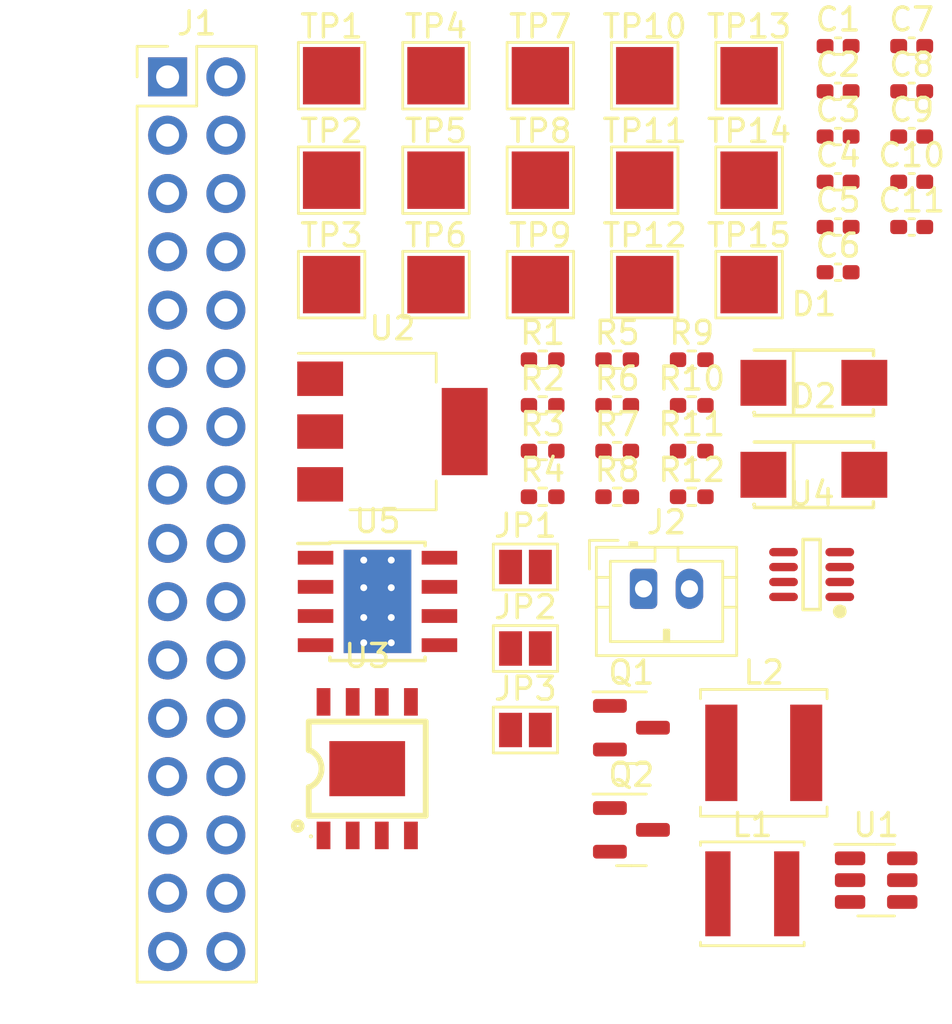
<source format=kicad_pcb>
(kicad_pcb (version 20221018) (generator pcbnew)
  (layers (0 "F.Cu" signal) (31 "B.Cu" signal) (34 "B.Paste" user) (35 "F.Paste" user) (36 "B.SilkS" user "B.Silkscreen") (37 "F.SilkS" user "F.Silkscreen") (38 "B.Mask" user) (39 "F.Mask" user) (44 "Edge.Cuts" user))
  (net 0 "")
  (net 1 "+5V")
  (net 2 "GND")
  (net 3 "/Battery")
  (net 4 "+3V3")
  (net 5 "Net-(U5-BOOT)")
  (net 6 "Net-(D2-K)")
  (net 7 "/Battey_Charger_VDD")
  (net 8 "+9V")
  (net 9 "Net-(D1-A)")
  (net 10 "Net-(Q1-B)")
  (net 11 "Net-(Q2-E)")
  (net 12 "Net-(Q2-C)")
  (net 13 "Net-(R1-Pad2)")
  (net 14 "Net-(U1-FB)")
  (net 15 "Net-(U5-VSENSE)")
  (net 16 "/Fast_Charge_CTRL")
  (net 34 "/Battery_Out")
  (net 35 "/I2C1_SCL")
  (net 46 "/I2C1_SDA")
  (net 47 "/Battery_In")
  (net 48 "Net-(JP1-B)")
  (net 49 "Net-(JP1-A)")
  (net 50 "Net-(C1-Pad1)")
  (footprint "Resistor_SMD:R_0402_1005Metric_Pad0.72x0.64mm_HandSolder" (layer "F.Cu") (at 169.0725 86.37)
    (fp_text reference "R10" (at 0 -1.17) (layer "F.SilkS"))
    (fp_text value "0R")
    (fp_line (start -0.167621 -0.38) (end 0.167621 -0.38) (stroke (width 0.12)) (layer "F.SilkS"))
    (fp_line (start -0.167621 0.38) (end 0.167621 0.38) (stroke (width 0.12)) (layer "F.SilkS"))
    (pad "1" smd roundrect (at -0.5975 0) (size 0.715 0.64) (layers "F.Cu" "F.Paste" "F.Mask") (net 34 "/Battery_Out"))
    (pad "2" smd roundrect (at 0.5975 0) (size 0.715 0.64) (layers "F.Cu" "F.Paste" "F.Mask") (net 49 "Net-(JP1-A)"))
  )
  (footprint "JLCPCB:SOT-23-8_L3.0-W1.7-P0.65-LS2.8-BR" (layer "F.Cu") (at 174.299557 93.737413)
    (fp_text reference "U4" (at 0 -3.526213) (layer "F.SilkS"))
    (fp_text value "INA219AIDCNR")
    (fp_line (start -0.3714 -1.526213) (end 0.3714 -1.526213) (stroke (width 0.1524)) (layer "F.SilkS"))
    (fp_line (start -0.3714 1.526213) (end -0.3714 -1.526213) (stroke (width 0.1524)) (layer "F.SilkS"))
    (fp_line (start 0.3714 -1.526213) (end 0.3714 1.526213) (stroke (width 0.1524)) (layer "F.SilkS"))
    (fp_line (start 0.3714 1.526213) (end -0.3714 1.526213) (stroke (width 0.1524)) (layer "F.SilkS"))
    (fp_circle (center 1.22606 1.609347) (end 1.376175 1.609347) (stroke (width 0.3)) (fill none) (layer "F.SilkS"))
    (fp_circle (center 1.400051 1.450089) (end 1.430023 1.450089) (stroke (width 0.059995)) (fill none) (layer "F.SilkS"))
    (pad "1" smd oval (at 1.22606 0.975108) (size 1.251994 0.364008) (layers "F.Cu" "F.Paste" "F.Mask") (net 48 "Net-(JP1-B)"))
    (pad "2" smd oval (at 1.22606 0.325121) (size 1.251994 0.364008) (layers "F.Cu" "F.Paste" "F.Mask") (net 49 "Net-(JP1-A)"))
    (pad "3" smd oval (at 1.22606 -0.324867) (size 1.251994 0.364008) (layers "F.Cu" "F.Paste" "F.Mask") (net 2 "GND"))
    (pad "4" smd oval (at 1.22606 -0.975108) (size 1.251994 0.364008) (layers "F.Cu" "F.Paste" "F.Mask") (net 4 "+3V3"))
    (pad "5" smd oval (at -1.22606 -0.975108) (size 1.251994 0.364008) (layers "F.Cu" "F.Paste" "F.Mask") (net 35 "/I2C1_SCL"))
    (pad "6" smd oval (at -1.22606 -0.324867) (size 1.251994 0.364008) (layers "F.Cu" "F.Paste" "F.Mask") (net 46 "/I2C1_SDA"))
    (pad "7" smd oval (at -1.22606 0.325121) (size 1.251994 0.364008) (layers "F.Cu" "F.Paste" "F.Mask") (net 2 "GND"))
    (pad "8" smd oval (at -1.22606 0.975108) (size 1.251994 0.364008) (layers "F.Cu" "F.Paste" "F.Mask") (net 4 "+3V3"))
  )
  (footprint "TestPoint:TestPoint_Pad_2.5x2.5mm" (layer "F.Cu") (at 153.3725 72.01)
    (fp_text reference "TP1" (at 0 -2.148) (layer "F.SilkS"))
    (fp_text value "L TP 2")
    (fp_line (start -1.45 -1.45) (end 1.45 -1.45) (stroke (width 0.12)) (layer "F.SilkS"))
    (fp_line (start -1.45 1.45) (end -1.45 -1.45) (stroke (width 0.12)) (layer "F.SilkS"))
    (fp_line (start 1.45 -1.45) (end 1.45 1.45) (stroke (width 0.12)) (layer "F.SilkS"))
    (fp_line (start 1.45 1.45) (end -1.45 1.45) (stroke (width 0.12)) (layer "F.SilkS"))
    (pad "1" smd rect (at 0 0) (size 2.5 2.5) (layers "F.Cu" "F.Mask") (net 9 "Net-(D1-A)"))
  )
  (footprint "Resistor_SMD:R_0402_1005Metric_Pad0.72x0.64mm_HandSolder" (layer "F.Cu") (at 162.5725 88.36)
    (fp_text reference "R3" (at 0 -1.17) (layer "F.SilkS"))
    (fp_text value "100k")
    (fp_line (start -0.167621 -0.38) (end 0.167621 -0.38) (stroke (width 0.12)) (layer "F.SilkS"))
    (fp_line (start -0.167621 0.38) (end 0.167621 0.38) (stroke (width 0.12)) (layer "F.SilkS"))
    (pad "1" smd roundrect (at -0.5975 0) (size 0.715 0.64) (layers "F.Cu" "F.Paste" "F.Mask") (net 14 "Net-(U1-FB)"))
    (pad "2" smd roundrect (at 0.5975 0) (size 0.715 0.64) (layers "F.Cu" "F.Paste" "F.Mask") (net 2 "GND"))
  )
  (footprint "Resistor_SMD:R_0402_1005Metric_Pad0.72x0.64mm_HandSolder" (layer "F.Cu") (at 169.0725 90.35)
    (fp_text reference "R12" (at 0 -1.17) (layer "F.SilkS"))
    (fp_text value "0.1R")
    (fp_line (start -0.167621 -0.38) (end 0.167621 -0.38) (stroke (width 0.12)) (layer "F.SilkS"))
    (fp_line (start -0.167621 0.38) (end 0.167621 0.38) (stroke (width 0.12)) (layer "F.SilkS"))
    (pad "1" smd roundrect (at -0.5975 0) (size 0.715 0.64) (layers "F.Cu" "F.Paste" "F.Mask") (net 34 "/Battery_Out"))
    (pad "2" smd roundrect (at 0.5975 0) (size 0.715 0.64) (layers "F.Cu" "F.Paste" "F.Mask") (net 47 "/Battery_In"))
  )
  (footprint "Capacitor_SMD:C_0402_1005Metric_Pad0.74x0.62mm_HandSolder" (layer "F.Cu") (at 178.6625 78.6)
    (fp_text reference "C11" (at 0 -1.16) (layer "F.SilkS"))
    (fp_text value "0.1u")
    (fp_line (start -0.115835 -0.36) (end 0.115835 -0.36) (stroke (width 0.12)) (layer "F.SilkS"))
    (fp_line (start -0.115835 0.36) (end 0.115835 0.36) (stroke (width 0.12)) (layer "F.SilkS"))
    (pad "1" smd roundrect (at -0.5675 0) (size 0.735 0.62) (layers "F.Cu" "F.Paste" "F.Mask") (net 4 "+3V3"))
    (pad "2" smd roundrect (at 0.5675 0) (size 0.735 0.62) (layers "F.Cu" "F.Paste" "F.Mask") (net 2 "GND"))
  )
  (footprint "Jumper:SolderJumper-2_P1.3mm_Open_Pad1.0x1.5mm" (layer "F.Cu") (at 161.8225 100.51)
    (fp_text reference "JP3" (at 0 -1.8) (layer "F.SilkS"))
    (fp_text value "Possible Filter Res1")
    (fp_line (start -1.4 -1) (end 1.4 -1) (stroke (width 0.12)) (layer "F.SilkS"))
    (fp_line (start -1.4 1) (end -1.4 -1) (stroke (width 0.12)) (layer "F.SilkS"))
    (fp_line (start 1.4 -1) (end 1.4 1) (stroke (width 0.12)) (layer "F.SilkS"))
    (fp_line (start 1.4 1) (end -1.4 1) (stroke (width 0.12)) (layer "F.SilkS"))
    (pad "1" smd rect (at -0.65 0) (size 1 1.5) (layers "F.Cu" "F.Mask") (net 47 "/Battery_In"))
    (pad "2" smd rect (at 0.65 0) (size 1 1.5) (layers "F.Cu" "F.Mask") (net 48 "Net-(JP1-B)"))
  )
  (footprint "Capacitor_SMD:C_0402_1005Metric_Pad0.74x0.62mm_HandSolder" (layer "F.Cu") (at 175.4525 70.72)
    (fp_text reference "C1" (at 0 -1.16) (layer "F.SilkS"))
    (fp_text value "22u")
    (fp_line (start -0.115835 -0.36) (end 0.115835 -0.36) (stroke (width 0.12)) (layer "F.SilkS"))
    (fp_line (start -0.115835 0.36) (end 0.115835 0.36) (stroke (width 0.12)) (layer "F.SilkS"))
    (pad "1" smd roundrect (at -0.5675 0) (size 0.735 0.62) (layers "F.Cu" "F.Paste" "F.Mask") (net 50 "Net-(C1-Pad1)"))
    (pad "2" smd roundrect (at 0.5675 0) (size 0.735 0.62) (layers "F.Cu" "F.Paste" "F.Mask") (net 2 "GND"))
  )
  (footprint "TestPoint:TestPoint_Pad_2.5x2.5mm" (layer "F.Cu") (at 153.3725 76.56)
    (fp_text reference "TP2" (at 0 -2.148) (layer "F.SilkS"))
    (fp_text value "L TP 1")
    (fp_line (start -1.45 -1.45) (end 1.45 -1.45) (stroke (width 0.12)) (layer "F.SilkS"))
    (fp_line (start -1.45 1.45) (end -1.45 -1.45) (stroke (width 0.12)) (layer "F.SilkS"))
    (fp_line (start 1.45 -1.45) (end 1.45 1.45) (stroke (width 0.12)) (layer "F.SilkS"))
    (fp_line (start 1.45 1.45) (end -1.45 1.45) (stroke (width 0.12)) (layer "F.SilkS"))
    (pad "1" smd rect (at 0 0) (size 2.5 2.5) (layers "F.Cu" "F.Mask") (net 34 "/Battery_Out"))
  )
  (footprint "Capacitor_SMD:C_0402_1005Metric_Pad0.74x0.62mm_HandSolder" (layer "F.Cu") (at 175.4525 74.66)
    (fp_text reference "C3" (at 0 -1.16) (layer "F.SilkS"))
    (fp_text value "10u")
    (fp_line (start -0.115835 -0.36) (end 0.115835 -0.36) (stroke (width 0.12)) (layer "F.SilkS"))
    (fp_line (start -0.115835 0.36) (end 0.115835 0.36) (stroke (width 0.12)) (layer "F.SilkS"))
    (pad "1" smd roundrect (at -0.5675 0) (size 0.735 0.62) (layers "F.Cu" "F.Paste" "F.Mask") (net 4 "+3V3"))
    (pad "2" smd roundrect (at 0.5675 0) (size 0.735 0.62) (layers "F.Cu" "F.Paste" "F.Mask") (net 2 "GND"))
  )
  (footprint "TestPoint:TestPoint_Pad_2.5x2.5mm" (layer "F.Cu") (at 171.5725 72.01)
    (fp_text reference "TP13" (at 0 -2.148) (layer "F.SilkS"))
    (fp_text value "3V3 TP")
    (fp_line (start -1.45 -1.45) (end 1.45 -1.45) (stroke (width 0.12)) (layer "F.SilkS"))
    (fp_line (start -1.45 1.45) (end -1.45 -1.45) (stroke (width 0.12)) (layer "F.SilkS"))
    (fp_line (start 1.45 -1.45) (end 1.45 1.45) (stroke (width 0.12)) (layer "F.SilkS"))
    (fp_line (start 1.45 1.45) (end -1.45 1.45) (stroke (width 0.12)) (layer "F.SilkS"))
    (pad "1" smd rect (at 0 0) (size 2.5 2.5) (layers "F.Cu" "F.Mask") (net 4 "+3V3"))
  )
  (footprint "Connector_PinHeader_2.54mm:PinHeader_2x16_P2.54mm_Vertical" (layer "F.Cu") (at 146.2225 72.06)
    (fp_text reference "J1" (at 1.27 -2.33) (layer "F.SilkS"))
    (fp_text value "Conn_02x16_Odd_Even")
    (fp_line (start -1.33 -1.33) (end 0 -1.33) (stroke (width 0.12)) (layer "F.SilkS"))
    (fp_line (start -1.33 0) (end -1.33 -1.33) (stroke (width 0.12)) (layer "F.SilkS"))
    (fp_line (start -1.33 1.27) (end -1.33 39.43) (stroke (width 0.12)) (layer "F.SilkS"))
    (fp_line (start -1.33 1.27) (end 1.27 1.27) (stroke (width 0.12)) (layer "F.SilkS"))
    (fp_line (start -1.33 39.43) (end 3.87 39.43) (stroke (width 0.12)) (layer "F.SilkS"))
    (fp_line (start 1.27 -1.33) (end 3.87 -1.33) (stroke (width 0.12)) (layer "F.SilkS"))
    (fp_line (start 1.27 1.27) (end 1.27 -1.33) (stroke (width 0.12)) (layer "F.SilkS"))
    (fp_line (start 3.87 -1.33) (end 3.87 39.43) (stroke (width 0.12)) (layer "F.SilkS"))
    (pad "1" thru_hole rect (at 0 0) (size 1.7 1.7) (drill 1) (layers "*.Cu" "*.Mask"))
    (pad "2" thru_hole oval (at 2.54 0) (size 1.7 1.7) (drill 1) (layers "*.Cu" "*.Mask"))
    (pad "3" thru_hole oval (at 0 2.54) (size 1.7 1.7) (drill 1) (layers "*.Cu" "*.Mask"))
    (pad "4" thru_hole oval (at 2.54 2.54) (size 1.7 1.7) (drill 1) (layers "*.Cu" "*.Mask"))
    (pad "5" thru_hole oval (at 0 5.08) (size 1.7 1.7) (drill 1) (layers "*.Cu" "*.Mask"))
    (pad "6" thru_hole oval (at 2.54 5.08) (size 1.7 1.7) (drill 1) (layers "*.Cu" "*.Mask"))
    (pad "7" thru_hole oval (at 0 7.62) (size 1.7 1.7) (drill 1) (layers "*.Cu" "*.Mask"))
    (pad "8" thru_hole oval (at 2.54 7.62) (size 1.7 1.7) (drill 1) (layers "*.Cu" "*.Mask"))
    (pad "9" thru_hole oval (at 0 10.16) (size 1.7 1.7) (drill 1) (layers "*.Cu" "*.Mask"))
    (pad "10" thru_hole oval (at 2.54 10.16) (size 1.7 1.7) (drill 1) (layers "*.Cu" "*.Mask"))
    (pad "11" thru_hole oval (at 0 12.7) (size 1.7 1.7) (drill 1) (layers "*.Cu" "*.Mask"))
    (pad "12" thru_hole oval (at 2.54 12.7) (size 1.7 1.7) (drill 1) (layers "*.Cu" "*.Mask"))
    (pad "13" thru_hole oval (at 0 15.24) (size 1.7 1.7) (drill 1) (layers "*.Cu" "*.Mask") (net 16 "/Fast_Charge_CTRL"))
    (pad "14" thru_hole oval (at 2.54 15.24) (size 1.7 1.7) (drill 1) (layers "*.Cu" "*.Mask") (net 3 "/Battery"))
    (pad "15" thru_hole oval (at 0 17.78) (size 1.7 1.7) (drill 1) (layers "*.Cu" "*.Mask"))
    (pad "16" thru_hole oval (at 2.54 17.78) (size 1.7 1.7) (drill 1) (layers "*.Cu" "*.Mask") (net 35 "/I2C1_SCL"))
    (pad "17" thru_hole oval (at 0 20.32) (size 1.7 1.7) (drill 1) (layers "*.Cu" "*.Mask") (net 46 "/I2C1_SDA"))
    (pad "18" thru_hole oval (at 2.54 20.32) (size 1.7 1.7) (drill 1) (layers "*.Cu" "*.Mask") (net 4 "+3V3"))
    (pad "19" thru_hole oval (at 0 22.86) (size 1.7 1.7) (drill 1) (layers "*.Cu" "*.Mask") (net 2 "GND"))
    (pad "20" thru_hole oval (at 2.54 22.86) (size 1.7 1.7) (drill 1) (layers "*.Cu" "*.Mask") (net 1 "+5V"))
    (pad "21" thru_hole oval (at 0 25.4) (size 1.7 1.7) (drill 1) (layers "*.Cu" "*.Mask"))
    (pad "22" thru_hole oval (at 2.54 25.4) (size 1.7 1.7) (drill 1) (layers "*.Cu" "*.Mask") (net 8 "+9V"))
    (pad "23" thru_hole oval (at 0 27.94) (size 1.7 1.7) (drill 1) (layers "*.Cu" "*.Mask") (net 2 "GND"))
    (pad "24" thru_hole oval (at 2.54 27.94) (size 1.7 1.7) (drill 1) (layers "*.Cu" "*.Mask"))
    (pad "25" thru_hole oval (at 0 30.48) (size 1.7 1.7) (drill 1) (layers "*.Cu" "*.Mask"))
    (pad "26" thru_hole oval (at 2.54 30.48) (size 1.7 1.7) (drill 1) (layers "*.Cu" "*.Mask"))
    (pad "27" thru_hole oval (at 0 33.02) (size 1.7 1.7) (drill 1) (layers "*.Cu" "*.Mask"))
    (pad "28" thru_hole oval (at 2.54 33.02) (size 1.7 1.7) (drill 1) (layers "*.Cu" "*.Mask"))
    (pad "29" thru_hole oval (at 0 35.56) (size 1.7 1.7) (drill 1) (layers "*.Cu" "*.Mask"))
    (pad "30" thru_hole oval (at 2.54 35.56) (size 1.7 1.7) (drill 1) (layers "*.Cu" "*.Mask"))
    (pad "31" thru_hole oval (at 0 38.1) (size 1.7 1.7) (drill 1) (layers "*.Cu" "*.Mask"))
    (pad "32" thru_hole oval (at 2.54 38.1) (size 1.7 1.7) (drill 1) (layers "*.Cu" "*.Mask"))
  )
  (footprint "Package_TO_SOT_SMD:SOT-23-6" (layer "F.Cu") (at 177.1125 107.05)
    (fp_text reference "U1" (at 0 -2.4) (layer "F.SilkS"))
    (fp_text value "MT3608")
    (fp_line (start 0 -1.56) (end -1.8 -1.56) (stroke (width 0.12)) (layer "F.SilkS"))
    (fp_line (start 0 -1.56) (end 0.8 -1.56) (stroke (width 0.12)) (layer "F.SilkS"))
    (fp_line (start 0 1.56) (end -0.8 1.56) (stroke (width 0.12)) (layer "F.SilkS"))
    (fp_line (start 0 1.56) (end 0.8 1.56) (stroke (width 0.12)) (layer "F.SilkS"))
    (pad "1" smd roundrect (at -1.1375 -0.95) (size 1.325 0.6) (layers "F.Cu" "F.Paste" "F.Mask") (net 9 "Net-(D1-A)"))
    (pad "2" smd roundrect (at -1.1375 0) (size 1.325 0.6) (layers "F.Cu" "F.Paste" "F.Mask") (net 2 "GND"))
    (pad "3" smd roundrect (at -1.1375 0.95) (size 1.325 0.6) (layers "F.Cu" "F.Paste" "F.Mask") (net 14 "Net-(U1-FB)"))
    (pad "4" smd roundrect (at 1.1375 0.95) (size 1.325 0.6) (layers "F.Cu" "F.Paste" "F.Mask") (net 34 "/Battery_Out"))
    (pad "5" smd roundrect (at 1.1375 0) (size 1.325 0.6) (layers "F.Cu" "F.Paste" "F.Mask") (net 34 "/Battery_Out"))
    (pad "6" smd roundrect (at 1.1375 -0.95) (size 1.325 0.6) (layers "F.Cu" "F.Paste" "F.Mask"))
  )
  (footprint "Capacitor_SMD:C_0402_1005Metric_Pad0.74x0.62mm_HandSolder" (layer "F.Cu") (at 178.6625 70.72)
    (fp_text reference "C7" (at 0 -1.16) (layer "F.SilkS"))
    (fp_text value "4.7u")
    (fp_line (start -0.115835 -0.36) (end 0.115835 -0.36) (stroke (width 0.12)) (layer "F.SilkS"))
    (fp_line (start -0.115835 0.36) (end 0.115835 0.36) (stroke (width 0.12)) (layer "F.SilkS"))
    (pad "1" smd roundrect (at -0.5675 0) (size 0.735 0.62) (layers "F.Cu" "F.Paste" "F.Mask") (net 2 "GND"))
    (pad "2" smd roundrect (at 0.5675 0) (size 0.735 0.62) (layers "F.Cu" "F.Paste" "F.Mask") (net 8 "+9V"))
  )
  (footprint "Jumper:SolderJumper-2_P1.3mm_Open_Pad1.0x1.5mm" (layer "F.Cu") (at 161.8225 93.41)
    (fp_text reference "JP1" (at 0 -1.8) (layer "F.SilkS"))
    (fp_text value "Possible Filter Cap ")
    (fp_line (start -1.4 -1) (end 1.4 -1) (stroke (width 0.12)) (layer "F.SilkS"))
    (fp_line (start -1.4 1) (end -1.4 -1) (stroke (width 0.12)) (layer "F.SilkS"))
    (fp_line (start 1.4 -1) (end 1.4 1) (stroke (width 0.12)) (layer "F.SilkS"))
    (fp_line (start 1.4 1) (end -1.4 1) (stroke (width 0.12)) (layer "F.SilkS"))
    (pad "1" smd rect (at -0.65 0) (size 1 1.5) (layers "F.Cu" "F.Mask") (net 49 "Net-(JP1-A)"))
    (pad "2" smd rect (at 0.65 0) (size 1 1.5) (layers "F.Cu" "F.Mask") (net 48 "Net-(JP1-B)"))
  )
  (footprint "Package_TO_SOT_SMD:SOT-23" (layer "F.Cu") (at 166.4425 100.41)
    (fp_text reference "Q1" (at 0 -2.4) (layer "F.SilkS"))
    (fp_text value "MMBT3904")
    (fp_line (start 0 -1.56) (end -1.675 -1.56) (stroke (width 0.12)) (layer "F.SilkS"))
    (fp_line (start 0 -1.56) (end 0.65 -1.56) (stroke (width 0.12)) (layer "F.SilkS"))
    (fp_line (start 0 1.56) (end -0.65 1.56) (stroke (width 0.12)) (layer "F.SilkS"))
    (fp_line (start 0 1.56) (end 0.65 1.56) (stroke (width 0.12)) (layer "F.SilkS"))
    (pad "1" smd roundrect (at -0.9375 -0.95) (size 1.475 0.6) (layers "F.Cu" "F.Paste" "F.Mask") (net 10 "Net-(Q1-B)"))
    (pad "2" smd roundrect (at -0.9375 0.95) (size 1.475 0.6) (layers "F.Cu" "F.Paste" "F.Mask") (net 2 "GND"))
    (pad "3" smd roundrect (at 0.9375 0) (size 1.475 0.6) (layers "F.Cu" "F.Paste" "F.Mask") (net 10 "Net-(Q1-B)"))
  )
  (footprint "Resistor_SMD:R_0402_1005Metric_Pad0.72x0.64mm_HandSolder" (layer "F.Cu") (at 165.8225 84.38)
    (fp_text reference "R5" (at 0 -1.17) (layer "F.SilkS"))
    (fp_text value "10k")
    (fp_line (start -0.167621 -0.38) (end 0.167621 -0.38) (stroke (width 0.12)) (layer "F.SilkS"))
    (fp_line (start -0.167621 0.38) (end 0.167621 0.38) (stroke (width 0.12)) (layer "F.SilkS"))
    (pad "1" smd roundrect (at -0.5975 0) (size 0.715 0.64) (layers "F.Cu" "F.Paste" "F.Mask") (net 7 "/Battey_Charger_VDD"))
    (pad "2" smd roundrect (at 0.5975 0) (size 0.715 0.64) (layers "F.Cu" "F.Paste" "F.Mask") (net 15 "Net-(U5-VSENSE)"))
  )
  (footprint "TestPoint:TestPoint_Pad_2.5x2.5mm" (layer "F.Cu") (at 171.5725 76.56)
    (fp_text reference "TP14" (at 0 -2.148) (layer "F.SilkS"))
    (fp_text value "GND TP")
    (fp_line (start -1.45 -1.45) (end 1.45 -1.45) (stroke (width 0.12)) (layer "F.SilkS"))
    (fp_line (start -1.45 1.45) (end -1.45 -1.45) (stroke (width 0.12)) (layer "F.SilkS"))
    (fp_line (start 1.45 -1.45) (end 1.45 1.45) (stroke (width 0.12)) (layer "F.SilkS"))
    (fp_line (start 1.45 1.45) (end -1.45 1.45) (stroke (width 0.12)) (layer "F.SilkS"))
    (pad "1" smd rect (at 0 0) (size 2.5 2.5) (layers "F.Cu" "F.Mask") (net 2 "GND"))
  )
  (footprint "TestPoint:TestPoint_Pad_2.5x2.5mm" (layer "F.Cu") (at 157.9225 76.56)
    (fp_text reference "TP5" (at 0 -2.148) (layer "F.SilkS"))
    (fp_text value "TestPoint")
    (fp_line (start -1.45 -1.45) (end 1.45 -1.45) (stroke (width 0.12)) (layer "F.SilkS"))
    (fp_line (start -1.45 1.45) (end -1.45 -1.45) (stroke (width 0.12)) (layer "F.SilkS"))
    (fp_line (start 1.45 -1.45) (end 1.45 1.45) (stroke (width 0.12)) (layer "F.SilkS"))
    (fp_line (start 1.45 1.45) (end -1.45 1.45) (stroke (width 0.12)) (layer "F.SilkS"))
    (pad "1" smd rect (at 0 0) (size 2.5 2.5) (layers "F.Cu" "F.Mask") (net 2 "GND"))
  )
  (footprint "Resistor_SMD:R_0402_1005Metric_Pad0.72x0.64mm_HandSolder" (layer "F.Cu") (at 162.5725 84.38)
    (fp_text reference "R1" (at 0 -1.17) (layer "F.SilkS"))
    (fp_text value "680k")
    (fp_line (start -0.167621 -0.38) (end 0.167621 -0.38) (stroke (width 0.12)) (layer "F.SilkS"))
    (fp_line (start -0.167621 0.38) (end 0.167621 0.38) (stroke (width 0.12)) (layer "F.SilkS"))
    (pad "1" smd roundrect (at -0.5975 0) (size 0.715 0.64) (layers "F.Cu" "F.Paste" "F.Mask") (net 1 "+5V"))
    (pad "2" smd roundrect (at 0.5975 0) (size 0.715 0.64) (layers "F.Cu" "F.Paste" "F.Mask") (net 13 "Net-(R1-Pad2)"))
  )
  (footprint "Package_TO_SOT_SMD:SOT-223-3_TabPin2" (layer "F.Cu") (at 156.0225 87.51)
    (fp_text reference "U2" (at 0 -4.5) (layer "F.SilkS"))
    (fp_text value "AMS1117-3.3")
    (fp_line (start -4.1 -3.41) (end 1.91 -3.41) (stroke (width 0.12)) (layer "F.SilkS"))
    (fp_line (start -1.85 3.41) (end 1.91 3.41) (stroke (width 0.12)) (layer "F.SilkS"))
    (fp_line (start 1.91 -3.41) (end 1.91 -2.15) (stroke (width 0.12)) (layer "F.SilkS"))
    (fp_line (start 1.91 3.41) (end 1.91 2.15) (stroke (width 0.12)) (layer "F.SilkS"))
    (pad "1" smd rect (at -3.15 -2.3) (size 2 1.5) (layers "F.Cu" "F.Paste" "F.Mask") (net 2 "GND"))
    (pad "2" smd rect (at -3.15 0) (size 2 1.5) (layers "F.Cu" "F.Paste" "F.Mask") (net 4 "+3V3"))
    (pad "2" smd rect (at 3.15 0) (size 2 3.8) (layers "F.Cu" "F.Paste" "F.Mask") (net 4 "+3V3"))
    (pad "3" smd rect (at -3.15 2.3) (size 2 1.5) (layers "F.Cu" "F.Paste" "F.Mask") (net 1 "+5V"))
  )
  (footprint "Package_TO_SOT_SMD:SOT-23" (layer "F.Cu") (at 166.4425 104.86)
    (fp_text reference "Q2" (at 0 -2.4) (layer "F.SilkS"))
    (fp_text value "S8550")
    (fp_line (start 0 -1.56) (end -1.675 -1.56) (stroke (width 0.12)) (layer "F.SilkS"))
    (fp_line (start 0 -1.56) (end 0.65 -1.56) (stroke (width 0.12)) (layer "F.SilkS"))
    (fp_line (start 0 1.56) (end -0.65 1.56) (stroke (width 0.12)) (layer "F.SilkS"))
    (fp_line (start 0 1.56) (end 0.65 1.56) (stroke (width 0.12)) (layer "F.SilkS"))
    (pad "1" smd roundrect (at -0.9375 -0.95) (size 1.475 0.6) (layers "F.Cu" "F.Paste" "F.Mask") (net 11 "Net-(Q2-E)"))
    (pad "2" smd roundrect (at -0.9375 0.95) (size 1.475 0.6) (layers "F.Cu" "F.Paste" "F.Mask") (net 10 "Net-(Q1-B)"))
    (pad "3" smd roundrect (at 0.9375 0) (size 1.475 0.6) (layers "F.Cu" "F.Paste" "F.Mask") (net 12 "Net-(Q2-C)"))
  )
  (footprint "Package_SO:TI_SO-PowerPAD-8_ThermalVias" (layer "F.Cu") (at 155.3725 94.91)
    (fp_text reference "U5" (at 0 -3.5) (layer "F.SilkS"))
    (fp_text value "TPS5430DDA")
    (fp_line (start -2.075 -2.575) (end -2.075 -2.525) (stroke (width 0.15)) (layer "F.SilkS"))
    (fp_line (start -2.075 -2.575) (end 2.075 -2.575) (stroke (width 0.15)) (layer "F.SilkS"))
    (fp_line (start -2.075 -2.525) (end -3.475 -2.525) (stroke (width 0.15)) (layer "F.SilkS"))
    (fp_line (start -2.075 2.575) (end -2.075 2.43) (stroke (width 0.15)) (layer "F.SilkS"))
    (fp_line (start -2.075 2.575) (end 2.075 2.575) (stroke (width 0.15)) (layer "F.SilkS"))
    (fp_line (start 2.075 -2.575) (end 2.075 -2.43) (stroke (width 0.15)) (layer "F.SilkS"))
    (fp_line (start 2.075 2.575) (end 2.075 2.43) (stroke (width 0.15)) (layer "F.SilkS"))
    (pad "1" smd rect (at -2.7 -1.905) (size 1.55 0.6) (layers "F.Cu" "F.Paste" "F.Mask") (net 5 "Net-(U5-BOOT)"))
    (pad "2" smd rect (at -2.7 -0.635) (size 1.55 0.6) (layers "F.Cu" "F.Paste" "F.Mask"))
    (pad "3" smd rect (at -2.7 0.635) (size 1.55 0.6) (layers "F.Cu" "F.Paste" "F.Mask"))
    (pad "4" smd rect (at -2.7 1.905) (size 1.55 0.6) (layers "F.Cu" "F.Paste" "F.Mask") (net 15 "Net-(U5-VSENSE)"))
    (pad "5" smd rect (at 2.7 1.905) (size 1.55 0.6) (layers "F.Cu" "F.Paste" "F.Mask"))
    (pad "6" smd rect (at 2.7 0.635) (size 1.55 0.6) (layers "F.Cu" "F.Paste" "F.Mask") (net 2 "GND"))
    (pad "7" smd rect (at 2.7 -0.635) (size 1.55 0.6) (layers "F.Cu" "F.Paste" "F.Mask") (net 8 "+9V"))
    (pad "8" smd rect (at 2.7 -1.905) (size 1.55 0.6) (layers "F.Cu" "F.Paste" "F.Mask") (net 6 "Net-(D2-K)"))
    (pad "9" thru_hole circle (at -0.6 -1.8) (size 0.6 0.6) (drill 0.3) (layers "*.Cu") (net 2 "GND"))
    (pad "9" thru_hole circle (at -0.6 -0.6) (size 0.6 0.6) (drill 0.3) (layers "*.Cu") (net 2 "GND"))
    (pad "9" thru_hole circle (at -0.6 0.7) (size 0.6 0.6) (drill 0.3) (layers "*.Cu") (net 2 "GND"))
    (pad "9" thru_hole circle (at -0.6 1.8) (size 0.6 0.6) (drill 0.3) (layers "*.Cu") (net 2 "GND"))
    (pad "9" smd rect (at 0 0) (size 2.6 3.1) (layers "F.Cu" "F.Paste" "F.Mask") (net 2 "GND"))
    (pad "9" smd rect (at 0 0) (size 2.95 4.5) (layers "F.Cu") (net 2 "GND"))
    (pad "9" smd rect (at 0 0) (size 2.95 4.5) (layers "B.Cu") (net 2 "GND"))
    (pad "9" thru_hole circle (at 0.6 -1.8) (size 0.6 0.6) (drill 0.3) (layers "*.Cu") (net 2 "GND"))
    (pad "9" thru_hole circle (at 0.6 -0.6) (size 0.6 0.6) (drill 0.3) (layers "*.Cu") (net 2 "GND"))
    (pad "9" thru_hole circle (at 0.6 0.7) (size 0.6 0.6) (drill 0.3) (layers "*.Cu") (net 2 "GND"))
    (pad "9" thru_hole circle (at 0.6 1.8) (size 0.6 0.6) (drill 0.3) (layers "*.Cu") (net 2 "GND"))
  )
  (footprint "JLCPCB:ESOP-8_L4.9-W3.9-P1.27-LS6.0-BL-EP" (layer "F.Cu") (at 154.924652 102.193306)
    (fp_text reference "U3" (at 0 -4.908306) (layer "F.SilkS"))
    (fp_text value "TP4056")
    (fp_line (start -2.549911 -2.050038) (end 2.550165 -2.050038) (stroke (width 0.254001)) (layer "F.SilkS"))
    (fp_line (start -2.549911 -0.800102) (end -2.549911 -2.050038) (stroke (width 0.254001)) (layer "F.SilkS"))
    (fp_line (start -2.549911 0.800102) (end -2.549911 2.050038) (stroke (width 0.254001)) (layer "F.SilkS"))
    (fp_line (start 2.549911 -2.050038) (end 2.549911 2.050038) (stroke (width 0.254001)) (layer "F.SilkS"))
    (fp_line (start 2.549911 2.050038) (end -2.550165 2.050038) (stroke (width 0.254001)) (layer "F.SilkS"))
    (fp_arc (start -2.499873 -0.800102) (mid -1.991417 0) (end -2.499873 0.800102) (stroke (width 0.254001)) (layer "F.SilkS"))
    (fp_circle (center -3.029972 2.500127) (end -2.859792 2.500127) (stroke (width 0.254001)) (fill none) (layer "F.SilkS"))
    (fp_circle (center -2.454153 2.949962) (end -2.424181 2.949962) (stroke (width 0.059995)) (fill none) (layer "F.SilkS"))
    (pad "1" smd rect (at -1.905004 2.908306) (size 0.6 1.2) (layers "F.Cu" "F.Paste" "F.Mask") (net 2 "GND"))
    (pad "2" smd rect (at -0.635001 2.908306) (size 0.6 1.2) (layers "F.Cu" "F.Paste" "F.Mask") (net 12 "Net-(Q2-C)"))
    (pad "3" smd rect (at 0.635001 2.908306) (size 0.6 1.2) (layers "F.Cu" "F.Paste" "F.Mask") (net 2 "GND"))
    (pad "4" smd rect (at 1.905004 2.908306) (size 0.6 1.2) (layers "F.Cu" "F.Paste" "F.Mask") (net 7 "/Battey_Charger_VDD"))
    (pad "5" smd rect (at 1.905004 -2.908306) (size 0.6 1.2) (layers "F.Cu" "F.Paste" "F.Mask") (net 34 "/Battery_Out"))
    (pad "6" smd rect (at 0.635001 -2.908306) (size 0.6 1.2) (layers "F.Cu" "F.Paste" "F.Mask") (net 2 "GND"))
    (pad "7" smd rect (at -0.635001 -2.908306) (size 0.6 1.2) (layers "F.Cu" "F.Paste" "F.Mask") (net 2 "GND"))
    (pad "8" smd rect (at -1.905004 -2.908306) (size 0.6 1.2) (layers "F.Cu" "F.Paste" "F.Mask") (net 7 "/Battey_Charger_VDD"))
    (pad "9" smd rect (at 0 0 180) (size 3.3 2.4) (layers "F.Cu" "F.Paste" "F.Mask") (net 2 "GND"))
  )
  (footprint "Resistor_SMD:R_0402_1005Metric_Pad0.72x0.64mm_HandSolder" (layer "F.Cu") (at 165.8225 88.36)
    (fp_text reference "R7" (at 0 -1.17) (layer "F.SilkS"))
    (fp_text value "2k")
    (fp_line (start -0.167621 -0.38) (end 0.167621 -0.38) (stroke (width 0.12)) (layer "F.SilkS"))
    (fp_line (start -0.167621 0.38) (end 0.167621 0.38) (stroke (width 0.12)) (layer "F.SilkS"))
    (pad "1" smd roundrect (at -0.5975 0) (size 0.715 0.64) (layers "F.Cu" "F.Paste" "F.Mask") (net 12 "Net-(Q2-C)"))
    (pad "2" smd roundrect (at 0.5975 0) (size 0.715 0.64) (layers "F.Cu" "F.Paste" "F.Mask") (net 10 "Net-(Q1-B)"))
  )
  (footprint "JLCPCB:SMA_L4.3-W2.6-LS5.2-RD" (layer "F.Cu") (at 174.397398 85.387413)
    (fp_text reference "D1" (at 0.00334 -3.426213) (layer "F.SilkS"))
    (fp_text value "SS34_C8678")
    (fp_line (start -2.59619 -1.426213) (end 2.59619 -1.426213) (stroke (width 0.1524)) (layer "F.SilkS"))
    (fp_line (start -2.59619 1.426213) (end 2.59619 1.426213) (stroke (width 0.1524)) (layer "F.SilkS"))
    (fp_line (start -0.883922 -1.426213) (end -0.883922 1.426213) (stroke (width 0.1524)) (layer "F.SilkS"))
    (fp_line (start 2.593294 1.175616) (end 2.599975 1.414834) (stroke (width 0.1524)) (layer "F.SilkS"))
    (fp_line (start 2.59619 -1.426213) (end 2.60287 -1.186995) (stroke (width 0.1524)) (layer "F.SilkS"))
    (fp_circle (center -2.605029 1.299975) (end -2.575057 1.299975) (stroke (width 0.059995)) (fill none) (layer "F.SilkS"))
    (pad "1" smd rect (at -2.199898 0 180) (size 2 2) (layers "F.Cu" "F.Paste" "F.Mask") (net 1 "+5V"))
    (pad "2" smd rect (at 2.199898 0 180) (size 2 2) (layers "F.Cu" "F.Paste" "F.Mask") (net 9 "Net-(D1-A)"))
  )
  (footprint "Resistor_SMD:R_0402_1005Metric_Pad0.72x0.64mm_HandSolder" (layer "F.Cu") (at 165.8225 86.37)
    (fp_text reference "R6" (at 0 -1.17) (layer "F.SilkS"))
    (fp_text value "180k")
    (fp_line (start -0.167621 -0.38) (end 0.167621 -0.38) (stroke (width 0.12)) (layer "F.SilkS"))
    (fp_line (start -0.167621 0.38) (end 0.167621 0.38) (stroke (width 0.12)) (layer "F.SilkS"))
    (pad "1" smd roundrect (at -0.5975 0) (size 0.715 0.64) (layers "F.Cu" "F.Paste" "F.Mask") (net 15 "Net-(U5-VSENSE)"))
    (pad "2" smd roundrect (at 0.5975 0) (size 0.715 0.64) (layers "F.Cu" "F.Paste" "F.Mask") (net 2 "GND"))
  )
  (footprint "Resistor_SMD:R_0402_1005Metric_Pad0.72x0.64mm_HandSolder" (layer "F.Cu") (at 162.5725 90.35)
    (fp_text reference "R4" (at 0 -1.17) (layer "F.SilkS"))
    (fp_text value "3.3k")
    (fp_line (start -0.167621 -0.38) (end 0.167621 -0.38) (stroke (width 0.12)) (layer "F.SilkS"))
    (fp_line (start -0.167621 0.38) (end 0.167621 0.38) (stroke (width 0.12)) (layer "F.SilkS"))
    (pad "1" smd roundrect (at -0.5975 0) (size 0.715 0.64) (layers "F.Cu" "F.Paste" "F.Mask") (net 15 "Net-(U5-VSENSE)"))
    (pad "2" smd roundrect (at 0.5975 0) (size 0.715 0.64) (layers "F.Cu" "F.Paste" "F.Mask") (net 2 "GND"))
  )
  (footprint "Capacitor_SMD:C_0402_1005Metric_Pad0.74x0.62mm_HandSolder" (layer "F.Cu") (at 175.4525 72.69)
    (fp_text reference "C2" (at 0 -1.16) (layer "F.SilkS"))
    (fp_text value "22u")
    (fp_line (start -0.115835 -0.36) (end 0.115835 -0.36) (stroke (width 0.12)) (layer "F.SilkS"))
    (fp_line (start -0.115835 0.36) (end 0.115835 0.36) (stroke (width 0.12)) (layer "F.SilkS"))
    (pad "1" smd roundrect (at -0.5675 0) (size 0.735 0.62) (layers "F.Cu" "F.Paste" "F.Mask") (net 34 "/Battery_Out"))
    (pad "2" smd roundrect (at 0.5675 0) (size 0.735 0.62) (layers "F.Cu" "F.Paste" "F.Mask") (net 2 "GND"))
  )
  (footprint "TestPoint:TestPoint_Pad_2.5x2.5mm" (layer "F.Cu") (at 153.3725 81.11)
    (fp_text reference "TP3" (at 0 -2.148) (layer "F.SilkS"))
    (fp_text value "TestPoint")
    (fp_line (start -1.45 -1.45) (end 1.45 -1.45) (stroke (width 0.12)) (layer "F.SilkS"))
    (fp_line (start -1.45 1.45) (end -1.45 -1.45) (stroke (width 0.12)) (layer "F.SilkS"))
    (fp_line (start 1.45 -1.45) (end 1.45 1.45) (stroke (width 0.12)) (layer "F.SilkS"))
    (fp_line (start 1.45 1.45) (end -1.45 1.45) (stroke (width 0.12)) (layer "F.SilkS"))
    (pad "1" smd rect (at 0 0) (size 2.5 2.5) (layers "F.Cu" "F.Mask") (net 1 "+5V"))
  )
  (footprint "Resistor_SMD:R_0402_1005Metric_Pad0.72x0.64mm_HandSolder" (layer "F.Cu") (at 165.8225 90.35)
    (fp_text reference "R8" (at 0 -1.17) (layer "F.SilkS"))
    (fp_text value "5.5k ")
    (fp_line (start -0.167621 -0.38) (end 0.167621 -0.38) (stroke (width 0.12)) (layer "F.SilkS"))
    (fp_line (start -0.167621 0.38) (end 0.167621 0.38) (stroke (width 0.12)) (layer "F.SilkS"))
    (pad "1" smd roundrect (at -0.5975 0) (size 0.715 0.64) (layers "F.Cu" "F.Paste" "F.Mask") (net 11 "Net-(Q2-E)"))
    (pad "2" smd roundrect (at 0.5975 0) (size 0.715 0.64) (layers "F.Cu" "F.Paste" "F.Mask") (net 2 "GND"))
  )
  (footprint "Inductor_SMD:L_Changjiang_FNR4030S" (layer "F.Cu") (at 171.7125 107.645)
    (fp_text reference "L1" (at 0 -3) (layer "F.SilkS"))
    (fp_text value "10u")
    (fp_line (start -2.26 -2.26) (end -2.26 -2.11) (stroke (width 0.12)) (layer "F.SilkS"))
    (fp_line (start -2.26 -2.26) (end 2.26 -2.26) (stroke (width 0.12)) (layer "F.SilkS"))
    (fp_line (start -2.26 2.26) (end -2.26 2.11) (stroke (width 0.12)) (layer "F.SilkS"))
    (fp_line (start -2.26 2.26) (end 2.26 2.26) (stroke (width 0.12)) (layer "F.SilkS"))
    (fp_line (start 2.26 -2.26) (end 2.26 -2.11) (stroke (width 0.12)) (layer "F.SilkS"))
    (fp_line (start 2.26 2.26) (end 2.26 2.11) (stroke (width 0.12)) (layer "F.SilkS"))
    (pad "1" smd rect (at -1.5 0) (size 1.1 3.7) (layers "F.Cu" "F.Paste" "F.Mask") (net 34 "/Battery_Out"))
    (pad "2" smd rect (at 1.5 0) (size 1.1 3.7) (layers "F.Cu" "F.Paste" "F.Mask") (net 9 "Net-(D1-A)"))
  )
  (footprint "Capacitor_SMD:C_0402_1005Metric_Pad0.74x0.62mm_HandSolder" (layer "F.Cu") (at 178.6625 72.69)
    (fp_text reference "C8" (at 0 -1.16) (layer "F.SilkS"))
    (fp_text value "4.7u")
    (fp_line (start -0.115835 -0.36) (end 0.115835 -0.36) (stroke (width 0.12)) (layer "F.SilkS"))
    (fp_line (start -0.115835 0.36) (end 0.115835 0.36) (stroke (width 0.12)) (layer "F.SilkS"))
    (pad "1" smd roundrect (at -0.5675 0) (size 0.735 0.62) (layers "F.Cu" "F.Paste" "F.Mask") (net 2 "GND"))
    (pad "2" smd roundrect (at 0.5675 0) (size 0.735 0.62) (layers "F.Cu" "F.Paste" "F.Mask") (net 8 "+9V"))
  )
  (footprint "TestPoint:TestPoint_Pad_2.5x2.5mm" (layer "F.Cu") (at 171.5725 81.11)
    (fp_text reference "TP15" (at 0 -2.148) (layer "F.SilkS"))
    (fp_text value "BAT TP")
    (fp_line (start -1.45 -1.45) (end 1.45 -1.45) (stroke (width 0.12)) (layer "F.SilkS"))
    (fp_line (start -1.45 1.45) (end -1.45 -1.45) (stroke (width 0.12)) (layer "F.SilkS"))
    (fp_line (start 1.45 -1.45) (end 1.45 1.45) (stroke (width 0.12)) (layer "F.SilkS"))
    (fp_line (start 1.45 1.45) (end -1.45 1.45) (stroke (width 0.12)) (layer "F.SilkS"))
    (pad "1" smd rect (at 0 0) (size 2.5 2.5) (layers "F.Cu" "F.Mask") (net 3 "/Battery"))
  )
  (footprint "Capacitor_SMD:C_0402_1005Metric_Pad0.74x0.62mm_HandSolder" (layer "F.Cu") (at 175.4525 76.63)
    (fp_text reference "C4" (at 0 -1.16) (layer "F.SilkS"))
    (fp_text value "10u")
    (fp_line (start -0.115835 -0.36) (end 0.115835 -0.36) (stroke (width 0.12)) (layer "F.SilkS"))
    (fp_line (start -0.115835 0.36) (end 0.115835 0.36) (stroke (width 0.12)) (layer "F.SilkS"))
    (pad "1" smd roundrect (at -0.5675 0) (size 0.735 0.62) (layers "F.Cu" "F.Paste" "F.Mask") (net 1 "+5V"))
    (pad "2" smd roundrect (at 0.5675 0) (size 0.735 0.62) (layers "F.Cu" "F.Paste" "F.Mask") (net 2 "GND"))
  )
  (footprint "Resistor_SMD:R_0402_1005Metric_Pad0.72x0.64mm_HandSolder" (layer "F.Cu") (at 162.5725 86.37)
    (fp_text reference "R2" (at 0 -1.17) (layer "F.SilkS"))
    (fp_text value "56k")
    (fp_line (start -0.167621 -0.38) (end 0.167621 -0.38) (stroke (width 0.12)) (layer "F.SilkS"))
    (fp_line (start -0.167621 0.38) (end 0.167621 0.38) (stroke (width 0.12)) (layer "F.SilkS"))
    (pad "1" smd roundrect (at -0.5975 0) (size 0.715 0.64) (layers "F.Cu" "F.Paste" "F.Mask") (net 13 "Net-(R1-Pad2)"))
    (pad "2" smd roundrect (at 0.5975 0) (size 0.715 0.64) (layers "F.Cu" "F.Paste" "F.Mask") (net 14 "Net-(U1-FB)"))
  )
  (footprint "TestPoint:TestPoint_Pad_2.5x2.5mm" (layer "F.Cu") (at 167.0225 72.01)
    (fp_text reference "TP10" (at 0 -2.148) (layer "F.SilkS"))
    (fp_text value "TestPoint")
    (fp_line (start -1.45 -1.45) (end 1.45 -1.45) (stroke (width 0.12)) (layer "F.SilkS"))
    (fp_line (start -1.45 1.45) (end -1.45 -1.45) (stroke (width 0.12)) (layer "F.SilkS"))
    (fp_line (start 1.45 -1.45) (end 1.45 1.45) (stroke (width 0.12)) (layer "F.SilkS"))
    (fp_line (start 1.45 1.45) (end -1.45 1.45) (stroke (width 0.12)) (layer "F.SilkS"))
    (pad "1" smd rect (at 0 0) (size 2.5 2.5) (layers "F.Cu" "F.Mask") (net 2 "GND"))
  )
  (footprint "TestPoint:TestPoint_Pad_2.5x2.5mm" (layer "F.Cu") (at 162.4725 76.56)
    (fp_text reference "TP8" (at 0 -2.148) (layer "F.SilkS"))
    (fp_text value "TestPoint")
    (fp_line (start -1.45 -1.45) (end 1.45 -1.45) (stroke (width 0.12)) (layer "F.SilkS"))
    (fp_line (start -1.45 1.45) (end -1.45 -1.45) (stroke (width 0.12)) (layer "F.SilkS"))
    (fp_line (start 1.45 -1.45) (end 1.45 1.45) (stroke (width 0.12)) (layer "F.SilkS"))
    (fp_line (start 1.45 1.45) (end -1.45 1.45) (stroke (width 0.12)) (layer "F.SilkS"))
    (pad "1" smd rect (at 0 0) (size 2.5 2.5) (layers "F.Cu" "F.Mask") (net 2 "GND"))
  )
  (footprint "Resistor_SMD:R_0402_1005Metric_Pad0.72x0.64mm_HandSolder" (layer "F.Cu") (at 169.0725 88.36)
    (fp_text reference "R11" (at 0 -1.17) (layer "F.SilkS"))
    (fp_text value "0R")
    (fp_line (start -0.167621 -0.38) (end 0.167621 -0.38) (stroke (width 0.12)) (layer "F.SilkS"))
    (fp_line (start -0.167621 0.38) (end 0.167621 0.38) (stroke (width 0.12)) (layer "F.SilkS"))
    (pad "1" smd roundrect (at -0.5975 0) (size 0.715 0.64) (layers "F.Cu" "F.Paste" "F.Mask") (net 47 "/Battery_In"))
    (pad "2" smd roundrect (at 0.5975 0) (size 0.715 0.64) (layers "F.Cu" "F.Paste" "F.Mask") (net 48 "Net-(JP1-B)"))
  )
  (footprint "Resistor_SMD:R_0402_1005Metric_Pad0.72x0.64mm_HandSolder" (layer "F.Cu") (at 169.0725 84.38)
    (fp_text reference "R9" (at 0 -1.17) (layer "F.SilkS"))
    (fp_text value "1000k")
    (fp_line (start -0.167621 -0.38) (end 0.167621 -0.38) (stroke (width 0.12)) (layer "F.SilkS"))
    (fp_line (start -0.167621 0.38) (end 0.167621 0.38) (stroke (width 0.12)) (layer "F.SilkS"))
    (pad "1" smd roundrect (at -0.5975 0) (size 0.715 0.64) (layers "F.Cu" "F.Paste" "F.Mask") (net 16 "/Fast_Charge_CTRL"))
    (pad "2" smd roundrect (at 0.5975 0) (size 0.715 0.64) (layers "F.Cu" "F.Paste" "F.Mask") (net 10 "Net-(Q1-B)"))
  )
  (footprint "TestPoint:TestPoint_Pad_2.5x2.5mm" (layer "F.Cu") (at 167.0225 81.11)
    (fp_text reference "TP12" (at 0 -2.148) (layer "F.SilkS"))
    (fp_text value "5V TP")
    (fp_line (start -1.45 -1.45) (end 1.45 -1.45) (stroke (width 0.12)) (layer "F.SilkS"))
    (fp_line (start -1.45 1.45) (end -1.45 -1.45) (stroke (width 0.12)) (layer "F.SilkS"))
    (fp_line (start 1.45 -1.45) (end 1.45 1.45) (stroke (width 0.12)) (layer "F.SilkS"))
    (fp_line (start 1.45 1.45) (end -1.45 1.45) (stroke (width 0.12)) (layer "F.SilkS"))
    (pad "1" smd rect (at 0 0) (size 2.5 2.5) (layers "F.Cu" "F.Mask") (net 1 "+5V"))
  )
  (footprint "TestPoint:TestPoint_Pad_2.5x2.5mm" (layer "F.Cu") (at 162.4725 81.11)
    (fp_text reference "TP9" (at 0 -2.148) (layer "F.SilkS"))
    (fp_text value "TestPoint")
    (fp_line (start -1.45 -1.45) (end 1.45 -1.45) (stroke (width 0.12)) (layer "F.SilkS"))
    (fp_line (start -1.45 1.45) (end -1.45 -1.45) (stroke (width 0.12)) (layer "F.SilkS"))
    (fp_line (start 1.45 -1.45) (end 1.45 1.45) (stroke (width 0.12)) (layer "F.SilkS"))
    (fp_line (start 1.45 1.45) (end -1.45 1.45) (stroke (width 0.12)) (layer "F.SilkS"))
    (pad "1" smd rect (at 0 0) (size 2.5 2.5) (layers "F.Cu" "F.Mask") (net 34 "/Battery_Out"))
  )
  (footprint "TestPoint:TestPoint_Pad_2.5x2.5mm" (layer "F.Cu") (at 162.4725 72.01)
    (fp_text reference "TP7" (at 0 -2.148) (layer "F.SilkS"))
    (fp_text value "TestPoint")
    (fp_line (start -1.45 -1.45) (end 1.45 -1.45) (stroke (width 0.12)) (layer "F.SilkS"))
    (fp_line (start -1.45 1.45) (end -1.45 -1.45) (stroke (width 0.12)) (layer "F.SilkS"))
    (fp_line (start 1.45 -1.45) (end 1.45 1.45) (stroke (width 0.12)) (layer "F.SilkS"))
    (fp_line (start 1.45 1.45) (end -1.45 1.45) (stroke (width 0.12)) (layer "F.SilkS"))
    (pad "1" smd rect (at 0 0) (size 2.5 2.5) (layers "F.Cu" "F.Mask") (net 14 "Net-(U1-FB)"))
  )
  (footprint "Capacitor_SMD:C_0402_1005Metric_Pad0.74x0.62mm_HandSolder" (layer "F.Cu") (at 175.4525 78.6)
    (fp_text reference "C5" (at 0 -1.16) (layer "F.SilkS"))
    (fp_text value "0.01u")
    (fp_line (start -0.115835 -0.36) (end 0.115835 -0.36) (stroke (width 0.12)) (layer "F.SilkS"))
    (fp_line (start -0.115835 0.36) (end 0.115835 0.36) (stroke (width 0.12)) (layer "F.SilkS"))
    (pad "1" smd roundrect (at -0.5675 0) (size 0.735 0.62) (layers "F.Cu" "F.Paste" "F.Mask") (net 5 "Net-(U5-BOOT)"))
    (pad "2" smd roundrect (at 0.5675 0) (size 0.735 0.62) (layers "F.Cu" "F.Paste" "F.Mask") (net 6 "Net-(D2-K)"))
  )
  (footprint "Capacitor_SMD:C_0402_1005Metric_Pad0.74x0.62mm_HandSolder" (layer "F.Cu") (at 175.4525 80.57)
    (fp_text reference "C6" (at 0 -1.16) (layer "F.SilkS"))
    (fp_text value "220u")
    (fp_line (start -0.115835 -0.36) (end 0.115835 -0.36) (stroke (width 0.12)) (layer "F.SilkS"))
    (fp_line (start -0.115835 0.36) (end 0.115835 0.36) (stroke (width 0.12)) (layer "F.SilkS"))
    (pad "1" smd roundrect (at -0.5675 0) (size 0.735 0.62) (layers "F.Cu" "F.Paste" "F.Mask") (net 7 "/Battey_Charger_VDD"))
    (pad "2" smd roundrect (at 0.5675 0) (size 0.735 0.62) (layers "F.Cu" "F.Paste" "F.Mask") (net 2 "GND"))
  )
  (footprint "TestPoint:TestPoint_Pad_2.5x2.5mm" (layer "F.Cu") (at 157.9225 72.01)
    (fp_text reference "TP4" (at 0 -2.148) (layer "F.SilkS"))
    (fp_text value "TestPoint")
    (fp_line (start -1.45 -1.45) (end 1.45 -1.45) (stroke (width 0.12)) (layer "F.SilkS"))
    (fp_line (start -1.45 1.45) (end -1.45 -1.45) (stroke (width 0.12)) (layer "F.SilkS"))
    (fp_line (start 1.45 -1.45) (end 1.45 1.45) (stroke (width 0.12)) (layer "F.SilkS"))
    (fp_line (start 1.45 1.45) (end -1.45 1.45) (stroke (width 0.12)) (layer "F.SilkS"))
    (pad "1" smd rect (at 0 0) (size 2.5 2.5) (layers "F.Cu" "F.Mask") (net 50 "Net-(C1-Pad1)"))
  )
  (footprint "JLCPCB:SMA_L4.3-W2.6-LS5.2-RD" (layer "F.Cu") (at 174.397398 89.392239)
    (fp_text reference "D2" (at 0.00334 -3.426213) (layer "F.SilkS"))
    (fp_text value "SS34_C8678")
    (fp_line (start -2.59619 -1.426213) (end 2.59619 -1.426213) (stroke (width 0.1524)) (layer "F.SilkS"))
    (fp_line (start -2.59619 1.426213) (end 2.59619 1.426213) (stroke (width 0.1524)) (layer "F.SilkS"))
    (fp_line (start -0.883922 -1.426213) (end -0.883922 1.426213) (stroke (width 0.1524)) (layer "F.SilkS"))
    (fp_line (start 2.593294 1.175616) (end 2.599975 1.414834) (stroke (width 0.1524)) (layer "F.SilkS"))
    (fp_line (start 2.59619 -1.426213) (end 2.60287 -1.186995) (stroke (width 0.1524)) (layer "F.SilkS"))
    (fp_circle (center -2.605029 1.299975) (end -2.575057 1.299975) (stroke (width 0.059995)) (fill none) (layer "F.SilkS"))
    (pad "1" smd rect (at -2.199898 0 180) (size 2 2) (layers "F.Cu" "F.Paste" "F.Mask") (net 6 "Net-(D2-K)"))
    (pad "2" smd rect (at 2.199898 0 180) (size 2 2) (layers "F.Cu" "F.Paste" "F.Mask") (net 2 "GND"))
  )
  (footprint "Jumper:SolderJumper-2_P1.3mm_Open_Pad1.0x1.5mm" (layer "F.Cu") (at 161.8225 96.96)
    (fp_text reference "JP2" (at 0 -1.8) (layer "F.SilkS"))
    (fp_text value "Possible Filter Res2")
    (fp_line (start -1.4 -1) (end 1.4 -1) (stroke (width 0.12)) (layer "F.SilkS"))
    (fp_line (start -1.4 1) (end -1.4 -1) (stroke (width 0.12)) (layer "F.SilkS"))
    (fp_line (start 1.4 -1) (end 1.4 1) (stroke (width 0.12)) (layer "F.SilkS"))
    (fp_line (start 1.4 1) (end -1.4 1) (stroke (width 0.12)) (layer "F.SilkS"))
    (pad "1" smd rect (at -0.65 0) (size 1 1.5) (layers "F.Cu" "F.Mask") (net 49 "Net-(JP1-A)"))
    (pad "2" smd rect (at 0.65 0) (size 1 1.5) (layers "F.Cu" "F.Mask") (net 34 "/Battery_Out"))
  )
  (footprint "TestPoint:TestPoint_Pad_2.5x2.5mm" (layer "F.Cu") (at 167.0225 76.56)
    (fp_text reference "TP11" (at 0 -2.148) (layer "F.SilkS"))
    (fp_text value "9V TP")
    (fp_line (start -1.45 -1.45) (end 1.45 -1.45) (stroke (width 0.12)) (layer "F.SilkS"))
    (fp_line (start -1.45 1.45) (end -1.45 -1.45) (stroke (width 0.12)) (layer "F.SilkS"))
    (fp_line (start 1.45 -1.45) (end 1.45 1.45) (stroke (width 0.12)) (layer "F.SilkS"))
    (fp_line (start 1.45 1.45) (end -1.45 1.45) (stroke (width 0.12)) (layer "F.SilkS"))
    (pad "1" smd rect (at 0 0) (size 2.5 2.5) (layers "F.Cu" "F.Mask") (net 8 "+9V"))
  )
  (footprint "Inductor_SMD:L_Sunlord_SWPA5040S" (layer "F.Cu") (at 172.2125 101.505)
    (fp_text reference "L2" (at 0 -3.5) (layer "F.SilkS"))
    (fp_text value "47u")
    (fp_line (start -2.76 -2.76) (end -2.76 -2.36) (stroke (width 0.12)) (layer "F.SilkS"))
    (fp_line (start -2.76 -2.76) (end 2.76 -2.76) (stroke (width 0.12)) (layer "F.SilkS"))
    (fp_line (start -2.76 2.76) (end -2.76 2.36) (stroke (width 0.12)) (layer "F.SilkS"))
    (fp_line (start -2.76 2.76) (end 2.76 2.76) (stroke (width 0.12)) (layer "F.SilkS"))
    (fp_line (start 2.76 -2.76) (end 2.76 -2.36) (stroke (width 0.12)) (layer "F.SilkS"))
    (fp_line (start 2.76 2.76) (end 2.76 2.36) (stroke (width 0.12)) (layer "F.SilkS"))
    (pad "1" smd rect (at -1.85 0) (size 1.4 4.2) (layers "F.Cu" "F.Paste" "F.Mask") (net 6 "Net-(D2-K)"))
    (pad "2" smd rect (at 1.85 0) (size 1.4 4.2) (layers "F.Cu" "F.Paste" "F.Mask") (net 7 "/Battey_Charger_VDD"))
  )
  (footprint "Capacitor_SMD:C_0402_1005Metric_Pad0.74x0.62mm_HandSolder" (layer "F.Cu") (at 178.6625 74.66)
    (fp_text reference "C9" (at 0 -1.16) (layer "F.SilkS"))
    (fp_text value "10u")
    (fp_line (start -0.115835 -0.36) (end 0.115835 -0.36) (stroke (width 0.12)) (layer "F.SilkS"))
    (fp_line (start -0.115835 0.36) (end 0.115835 0.36) (stroke (width 0.12)) (layer "F.SilkS"))
    (pad "1" smd roundrect (at -0.5675 0) (size 0.735 0.62) (layers "F.Cu" "F.Paste" "F.Mask") (net 2 "GND"))
    (pad "2" smd roundrect (at 0.5675 0) (size 0.735 0.62) (layers "F.Cu" "F.Paste" "F.Mask") (net 7 "/Battey_Charger_VDD"))
  )
  (footprint "Connector_JST:JST_PH_B2B-PH-K_1x02_P2.00mm_Vertical" (layer "F.Cu") (at 166.9725 94.36)
    (fp_text reference "J2" (at 1 -2.9) (layer "F.SilkS"))
    (fp_text value "Conn_01x02")
    (fp_line (start -2.36 -2.11) (end -2.36 -0.86) (stroke (width 0.12)) (layer "F.SilkS"))
    (fp_line (start -2.06 -1.81) (end -2.06 2.91) (stroke (width 0.12)) (layer "F.SilkS"))
    (fp_line (start -2.06 -0.5) (end -1.45 -0.5) (stroke (width 0.12)) (layer "F.SilkS"))
    (fp_line (start -2.06 0.8) (end -1.45 0.8) (stroke (width 0.12)) (layer "F.SilkS"))
    (fp_line (start -2.06 2.91) (end 4.06 2.91) (stroke (width 0.12)) (layer "F.SilkS"))
    (fp_line (start -1.45 -1.2) (end -1.45 2.3) (stroke (width 0.12)) (layer "F.SilkS"))
    (fp_line (start -1.45 2.3) (end 3.45 2.3) (stroke (width 0.12)) (layer "F.SilkS"))
    (fp_line (start -1.11 -2.11) (end -2.36 -2.11) (stroke (width 0.12)) (layer "F.SilkS"))
    (fp_line (start -0.6 -2.01) (end -0.6 -1.81) (stroke (width 0.12)) (layer "F.SilkS"))
    (fp_line (start -0.3 -2.01) (end -0.6 -2.01) (stroke (width 0.12)) (layer "F.SilkS"))
    (fp_line (start -0.3 -1.91) (end -0.6 -1.91) (stroke (width 0.12)) (layer "F.SilkS"))
    (fp_line (start -0.3 -1.81) (end -0.3 -2.01) (stroke (width 0.12)) (layer "F.SilkS"))
    (fp_line (start 0.5 -1.81) (end 0.5 -1.2) (stroke (width 0.12)) (layer "F.SilkS"))
    (fp_line (start 0.5 -1.2) (end -1.45 -1.2) (stroke (width 0.12)) (layer "F.SilkS"))
    (fp_line (start 0.9 1.8) (end 1.1 1.8) (stroke (width 0.12)) (layer "F.SilkS"))
    (fp_line (start 0.9 2.3) (end 0.9 1.8) (stroke (width 0.12)) (layer "F.SilkS"))
    (fp_line (start 1 2.3) (end 1 1.8) (stroke (width 0.12)) (layer "F.SilkS"))
    (fp_line (start 1.1 1.8) (end 1.1 2.3) (stroke (width 0.12)) (layer "F.SilkS"))
    (fp_line (start 1.5 -1.2) (end 1.5 -1.81) (stroke (width 0.12)) (layer "F.SilkS"))
    (fp_line (start 3.45 -1.2) (end 1.5 -1.2) (stroke (width 0.12)) (layer "F.SilkS"))
    (fp_line (start 3.45 2.3) (end 3.45 -1.2) (stroke (width 0.12)) (layer "F.SilkS"))
    (fp_line (start 4.06 -1.81) (end -2.06 -1.81) (stroke (width 0.12)) (layer "F.SilkS"))
    (fp_line (start 4.06 -0.5) (end 3.45 -0.5) (stroke (width 0.12)) (layer "F.SilkS"))
    (fp_line (start 4.06 0.8) (end 3.45 0.8) (stroke (width 0.12)) (layer "F.SilkS"))
    (fp_line (start 4.06 2.91) (end 4.06 -1.81) (stroke (width 0.12)) (layer "F.SilkS"))
    (pad "1" thru_hole roundrect (at 0 0) (size 1.2 1.75) (drill 0.75) (layers "*.Cu" "*.Mask") (roundrect_rratio 0.208333) (net 47 "/Battery_In"))
    (pad "2" thru_hole oval (at 2 0) (size 1.2 1.75) (drill 0.75) (layers "*.Cu" "*.Mask") (net 2 "GND"))
  )
  (footprint "Capacitor_SMD:C_0402_1005Metric_Pad0.74x0.62mm_HandSolder" (layer "F.Cu") (at 178.6625 76.63)
    (fp_text reference "C10" (at 0 -1.16) (layer "F.SilkS"))
    (fp_text value "10u")
    (fp_line (start -0.115835 -0.36) (end 0.115835 -0.36) (stroke (width 0.12)) (layer "F.SilkS"))
    (fp_line (start -0.115835 0.36) (end 0.115835 0.36) (stroke (width 0.12)) (layer "F.SilkS"))
    (pad "1" smd roundrect (at -0.5675 0) (size 0.735 0.62) (layers "F.Cu" "F.Paste" "F.Mask") (net 2 "GND"))
    (pad "2" smd roundrect (at 0.5675 0) (size 0.735 0.62) (layers "F.Cu" "F.Paste" "F.Mask") (net 34 "/Battery_Out"))
  )
  (footprint "TestPoint:TestPoint_Pad_2.5x2.5mm" (layer "F.Cu") (at 157.9225 81.11)
    (fp_text reference "TP6" (at 0 -2.148) (layer "F.SilkS"))
    (fp_text value "TestPoint")
    (fp_line (start -1.45 -1.45) (end 1.45 -1.45) (stroke (width 0.12)) (layer "F.SilkS"))
    (fp_line (start -1.45 1.45) (end -1.45 -1.45) (stroke (width 0.12)) (layer "F.SilkS"))
    (fp_line (start 1.45 -1.45) (end 1.45 1.45) (stroke (width 0.12)) (layer "F.SilkS"))
    (fp_line (start 1.45 1.45) (end -1.45 1.45) (stroke (width 0.12)) (layer "F.SilkS"))
    (pad "1" smd rect (at 0 0) (size 2.5 2.5) (layers "F.Cu" "F.Mask") (net 1 "+5V"))
  )
)
</source>
